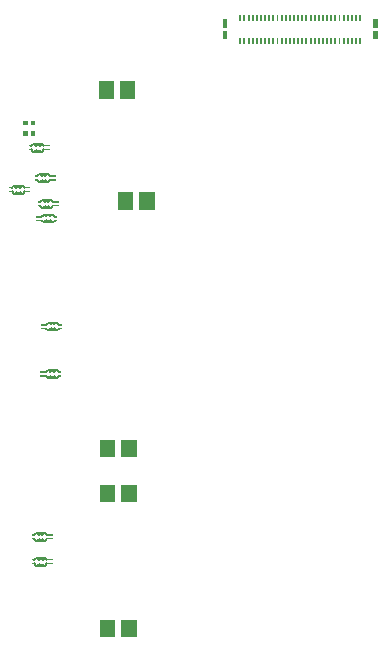
<source format=gbr>
G04 start of page 16 for group -4014 idx -4014 *
G04 Title: (unknown), bottompaste *
G04 Creator: pcb 4.2.0 *
G04 CreationDate: Wed Jul 29 19:43:29 2020 UTC *
G04 For: commonadmin *
G04 Format: Gerber/RS-274X *
G04 PCB-Dimensions (mil): 24000.00 18000.00 *
G04 PCB-Coordinate-Origin: lower left *
%MOIN*%
%FSLAX25Y25*%
%LNBOTTOMPASTE*%
%ADD280C,0.0060*%
%ADD279C,0.0001*%
G54D279*G36*
X461973Y393452D02*X456855D01*
Y387548D01*
X461973D01*
Y393452D01*
G37*
G36*
X469059D02*X463941D01*
Y387548D01*
X469059D01*
Y393452D01*
G37*
G36*
X461559Y512952D02*X456441D01*
Y507048D01*
X461559D01*
Y512952D01*
G37*
G36*
X468645D02*X463527D01*
Y507048D01*
X468645D01*
Y512952D01*
G37*
G36*
X468016Y475909D02*X462898D01*
Y470005D01*
X468016D01*
Y475909D01*
G37*
G36*
X475102D02*X469984D01*
Y470005D01*
X475102D01*
Y475909D01*
G37*
G54D280*X439550Y432500D02*X442550D01*
X443250Y431800D01*
X438850D02*X439550Y432500D01*
G54D279*G36*
X437050Y432100D02*Y431500D01*
X439150D01*
Y432100D01*
X437050D01*
G37*
G36*
X442950D02*Y431500D01*
X444050D01*
Y432100D01*
X442950D01*
G37*
G54D280*X439850Y432500D02*X440450Y431900D01*
X441050Y432500D01*
X441650Y431900D02*X442250Y432500D01*
X441050D02*X441650Y431900D01*
X439550Y429900D02*X442650D01*
X443250Y430500D01*
X438950D02*X439550Y429900D01*
G54D279*G36*
X437050Y430800D02*Y430200D01*
X439250D01*
Y430800D01*
X437050D01*
G37*
G36*
X442950D02*Y430200D01*
X444050D01*
Y430800D01*
X442950D01*
G37*
G54D280*X439750Y429900D02*X440450Y430600D01*
X439550Y429900D02*X439750D01*
X440450Y430600D02*X441150Y429900D01*
X440950D02*X441650Y430600D01*
X442350Y429900D01*
X439450Y416700D02*X442450D01*
X443150Y416000D01*
X438750D02*X439450Y416700D01*
G54D279*G36*
X436950Y416300D02*Y415700D01*
X439050D01*
Y416300D01*
X436950D01*
G37*
G36*
X442850D02*Y415700D01*
X443950D01*
Y416300D01*
X442850D01*
G37*
G54D280*X439750Y416700D02*X440350Y416100D01*
X440950Y416700D01*
X441550Y416100D02*X442150Y416700D01*
X440950D02*X441550Y416100D01*
X439450Y414100D02*X442550D01*
X443150Y414700D01*
X438850D02*X439450Y414100D01*
G54D279*G36*
X436950Y415000D02*Y414400D01*
X439150D01*
Y415000D01*
X436950D01*
G37*
G36*
X442850D02*Y414400D01*
X443950D01*
Y415000D01*
X442850D01*
G37*
G54D280*X439650Y414100D02*X440350Y414800D01*
X439450Y414100D02*X439650D01*
X440350Y414800D02*X441050Y414100D01*
X440850D02*X441550Y414800D01*
X442250Y414100D01*
G54D279*G36*
X433713Y499787D02*Y498213D01*
X435287D01*
Y499787D01*
X433713D01*
G37*
G36*
X431351D02*Y498213D01*
X432925D01*
Y499787D01*
X431351D01*
G37*
G36*
X433713Y496287D02*Y494713D01*
X435287D01*
Y496287D01*
X433713D01*
G37*
G36*
X431351D02*Y494713D01*
X432925D01*
Y496287D01*
X431351D01*
G37*
G54D280*X438050Y468500D02*X441050D01*
X441750Y467800D01*
X437350D02*X438050Y468500D01*
G54D279*G36*
X435550Y468100D02*Y467500D01*
X437650D01*
Y468100D01*
X435550D01*
G37*
G36*
X441450D02*Y467500D01*
X442550D01*
Y468100D01*
X441450D01*
G37*
G54D280*X438350Y468500D02*X438950Y467900D01*
X439550Y468500D01*
X440150Y467900D02*X440750Y468500D01*
X439550D02*X440150Y467900D01*
X438050Y465900D02*X441150D01*
X441750Y466500D01*
X437450D02*X438050Y465900D01*
G54D279*G36*
X435550Y466800D02*Y466200D01*
X437750D01*
Y466800D01*
X435550D01*
G37*
G36*
X441450D02*Y466200D01*
X442550D01*
Y466800D01*
X441450D01*
G37*
G54D280*X438250Y465900D02*X438950Y466600D01*
X438050Y465900D02*X438250D01*
X438950Y466600D02*X439650Y465900D01*
X439450D02*X440150Y466600D01*
X440850Y465900D01*
X437550Y470800D02*X440550D01*
X436850Y471500D02*X437550Y470800D01*
X440550D02*X441250Y471500D01*
G54D279*G36*
X440950Y471800D02*Y471200D01*
X443050D01*
Y471800D01*
X440950D01*
G37*
G36*
X436050D02*Y471200D01*
X437150D01*
Y471800D01*
X436050D01*
G37*
G54D280*X439650Y471400D02*X440250Y470800D01*
X439050D02*X439650Y471400D01*
X437850Y470800D02*X438450Y471400D01*
X439050Y470800D01*
X437450Y473400D02*X440550D01*
X436850Y472800D02*X437450Y473400D01*
X440550D02*X441150Y472800D01*
G54D279*G36*
X440850Y473100D02*Y472500D01*
X443050D01*
Y473100D01*
X440850D01*
G37*
G36*
X436050D02*Y472500D01*
X437150D01*
Y473100D01*
X436050D01*
G37*
G54D280*X439650Y472700D02*X440350Y473400D01*
X440550D01*
X438950D02*X439650Y472700D01*
X438450D02*X439150Y473400D01*
X437750D02*X438450Y472700D01*
X435550Y359800D02*X438550D01*
X434850Y360500D02*X435550Y359800D01*
X438550D02*X439250Y360500D01*
G54D279*G36*
X438950Y360800D02*Y360200D01*
X441050D01*
Y360800D01*
X438950D01*
G37*
G36*
X434050D02*Y360200D01*
X435150D01*
Y360800D01*
X434050D01*
G37*
G54D280*X437650Y360400D02*X438250Y359800D01*
X437050D02*X437650Y360400D01*
X435850Y359800D02*X436450Y360400D01*
X437050Y359800D01*
X435450Y362400D02*X438550D01*
X434850Y361800D02*X435450Y362400D01*
X438550D02*X439150Y361800D01*
G54D279*G36*
X438850Y362100D02*Y361500D01*
X441050D01*
Y362100D01*
X438850D01*
G37*
G36*
X434050D02*Y361500D01*
X435150D01*
Y362100D01*
X434050D01*
G37*
G54D280*X437650Y361700D02*X438350Y362400D01*
X438550D01*
X436950D02*X437650Y361700D01*
X436450D02*X437150Y362400D01*
X435750D02*X436450Y361700D01*
X435600Y351500D02*X438600D01*
X434900Y352200D02*X435600Y351500D01*
X438600D02*X439300Y352200D01*
G54D279*G36*
X439000Y352500D02*Y351900D01*
X441100D01*
Y352500D01*
X439000D01*
G37*
G36*
X434100D02*Y351900D01*
X435200D01*
Y352500D01*
X434100D01*
G37*
G54D280*X437700Y352100D02*X438300Y351500D01*
X437100D02*X437700Y352100D01*
X435900Y351500D02*X436500Y352100D01*
X437100Y351500D01*
X435500Y354100D02*X438600D01*
X434900Y353500D02*X435500Y354100D01*
X438600D02*X439200Y353500D01*
G54D279*G36*
X438900Y353800D02*Y353200D01*
X441100D01*
Y353800D01*
X438900D01*
G37*
G36*
X434100D02*Y353200D01*
X435200D01*
Y353800D01*
X434100D01*
G37*
G54D280*X437700Y353400D02*X438400Y354100D01*
X438600D01*
X437000D02*X437700Y353400D01*
X436500D02*X437200Y354100D01*
X435800D02*X436500Y353400D01*
X434600Y489500D02*X437600D01*
X433900Y490200D02*X434600Y489500D01*
X437600D02*X438300Y490200D01*
G54D279*G36*
X438000Y490500D02*Y489900D01*
X440100D01*
Y490500D01*
X438000D01*
G37*
G36*
X433100D02*Y489900D01*
X434200D01*
Y490500D01*
X433100D01*
G37*
G54D280*X436700Y490100D02*X437300Y489500D01*
X436100D02*X436700Y490100D01*
X434900Y489500D02*X435500Y490100D01*
X436100Y489500D01*
X434500Y492100D02*X437600D01*
X433900Y491500D02*X434500Y492100D01*
X437600D02*X438200Y491500D01*
G54D279*G36*
X437900Y491800D02*Y491200D01*
X440100D01*
Y491800D01*
X437900D01*
G37*
G36*
X433100D02*Y491200D01*
X434200D01*
Y491800D01*
X433100D01*
G37*
G54D280*X436700Y491400D02*X437400Y492100D01*
X437600D01*
X436000D02*X436700Y491400D01*
X435500D02*X436200Y492100D01*
X434800D02*X435500Y491400D01*
X428100Y475500D02*X431100D01*
X427400Y476200D02*X428100Y475500D01*
X431100D02*X431800Y476200D01*
G54D279*G36*
X431500Y476500D02*Y475900D01*
X433600D01*
Y476500D01*
X431500D01*
G37*
G36*
X426600D02*Y475900D01*
X427700D01*
Y476500D01*
X426600D01*
G37*
G54D280*X430200Y476100D02*X430800Y475500D01*
X429600D02*X430200Y476100D01*
X428400Y475500D02*X429000Y476100D01*
X429600Y475500D01*
X428000Y478100D02*X431100D01*
X427400Y477500D02*X428000Y478100D01*
X431100D02*X431700Y477500D01*
G54D279*G36*
X431400Y477800D02*Y477200D01*
X433600D01*
Y477800D01*
X431400D01*
G37*
G36*
X426600D02*Y477200D01*
X427700D01*
Y477800D01*
X426600D01*
G37*
G54D280*X430200Y477400D02*X430900Y478100D01*
X431100D01*
X429500D02*X430200Y477400D01*
X429000D02*X429700Y478100D01*
X428300D02*X429000Y477400D01*
X436550Y479300D02*X439550D01*
X435850Y480000D02*X436550Y479300D01*
X439550D02*X440250Y480000D01*
G54D279*G36*
X439950Y480300D02*Y479700D01*
X442050D01*
Y480300D01*
X439950D01*
G37*
G36*
X435050D02*Y479700D01*
X436150D01*
Y480300D01*
X435050D01*
G37*
G54D280*X438650Y479900D02*X439250Y479300D01*
X438050D02*X438650Y479900D01*
X436850Y479300D02*X437450Y479900D01*
X438050Y479300D01*
X436450Y481900D02*X439550D01*
X435850Y481300D02*X436450Y481900D01*
X439550D02*X440150Y481300D01*
G54D279*G36*
X439850Y481600D02*Y481000D01*
X442050D01*
Y481600D01*
X439850D01*
G37*
G36*
X435050D02*Y481000D01*
X436150D01*
Y481600D01*
X435050D01*
G37*
G54D280*X438650Y481200D02*X439350Y481900D01*
X439550D01*
X437950D02*X438650Y481200D01*
X437450D02*X438150Y481900D01*
X436750D02*X437450Y481200D01*
G54D279*G36*
X461973Y333452D02*X456855D01*
Y327548D01*
X461973D01*
Y333452D01*
G37*
G36*
X469059D02*X463941D01*
Y327548D01*
X469059D01*
Y333452D01*
G37*
G36*
X461973Y378452D02*X456855D01*
Y372548D01*
X461973D01*
Y378452D01*
G37*
G36*
X469059D02*X463941D01*
Y372548D01*
X469059D01*
Y378452D01*
G37*
G36*
X543898Y534961D02*X543268D01*
Y533150D01*
X543898D01*
Y534961D01*
G37*
G36*
X542520D02*X541890D01*
Y533150D01*
X542520D01*
Y534961D01*
G37*
G36*
X541142D02*X540512D01*
Y533150D01*
X541142D01*
Y534961D01*
G37*
G36*
X539764D02*X539134D01*
Y533150D01*
X539764D01*
Y534961D01*
G37*
G36*
X538386D02*X537756D01*
Y533150D01*
X538386D01*
Y534961D01*
G37*
G36*
X537008D02*X536378D01*
Y533150D01*
X537008D01*
Y534961D01*
G37*
G36*
X535630D02*X535000D01*
Y533150D01*
X535630D01*
Y534961D01*
G37*
G36*
X534252D02*X533622D01*
Y533150D01*
X534252D01*
Y534961D01*
G37*
G36*
X532874D02*X532244D01*
Y533150D01*
X532874D01*
Y534961D01*
G37*
G36*
X531496D02*X530866D01*
Y533150D01*
X531496D01*
Y534961D01*
G37*
G36*
X530118D02*X529488D01*
Y533150D01*
X530118D01*
Y534961D01*
G37*
G36*
X528740D02*X528110D01*
Y533150D01*
X528740D01*
Y534961D01*
G37*
G36*
X527362D02*X526732D01*
Y533150D01*
X527362D01*
Y534961D01*
G37*
G36*
X525984D02*X525354D01*
Y533150D01*
X525984D01*
Y534961D01*
G37*
G36*
X524606D02*X523976D01*
Y533150D01*
X524606D01*
Y534961D01*
G37*
G36*
X523228D02*X522598D01*
Y533150D01*
X523228D01*
Y534961D01*
G37*
G36*
X521850D02*X521220D01*
Y533150D01*
X521850D01*
Y534961D01*
G37*
G36*
X520472D02*X519843D01*
Y533150D01*
X520472D01*
Y534961D01*
G37*
G36*
X519094D02*X518465D01*
Y533150D01*
X519094D01*
Y534961D01*
G37*
G36*
X517717D02*X517087D01*
Y533150D01*
X517717D01*
Y534961D01*
G37*
G36*
X516339D02*X515709D01*
Y533150D01*
X516339D01*
Y534961D01*
G37*
G36*
X514961D02*X514331D01*
Y533150D01*
X514961D01*
Y534961D01*
G37*
G36*
X513583D02*X512953D01*
Y533150D01*
X513583D01*
Y534961D01*
G37*
G36*
X512205D02*X511575D01*
Y533150D01*
X512205D01*
Y534961D01*
G37*
G36*
X510827D02*X510197D01*
Y533150D01*
X510827D01*
Y534961D01*
G37*
G36*
X509449D02*X508819D01*
Y533150D01*
X509449D01*
Y534961D01*
G37*
G36*
X508071D02*X507441D01*
Y533150D01*
X508071D01*
Y534961D01*
G37*
G36*
X506693D02*X506063D01*
Y533150D01*
X506693D01*
Y534961D01*
G37*
G36*
X505315D02*X504685D01*
Y533150D01*
X505315D01*
Y534961D01*
G37*
G36*
X503937D02*X503307D01*
Y533150D01*
X503937D01*
Y534961D01*
G37*
G36*
X543898Y527283D02*X543268D01*
Y525472D01*
X543898D01*
Y527283D01*
G37*
G36*
X542520D02*X541890D01*
Y525472D01*
X542520D01*
Y527283D01*
G37*
G36*
X541142D02*X540512D01*
Y525472D01*
X541142D01*
Y527283D01*
G37*
G36*
X539764D02*X539134D01*
Y525472D01*
X539764D01*
Y527283D01*
G37*
G36*
X538386D02*X537756D01*
Y525472D01*
X538386D01*
Y527283D01*
G37*
G36*
X537008D02*X536378D01*
Y525472D01*
X537008D01*
Y527283D01*
G37*
G36*
X535630D02*X535000D01*
Y525472D01*
X535630D01*
Y527283D01*
G37*
G36*
X534252D02*X533622D01*
Y525472D01*
X534252D01*
Y527283D01*
G37*
G36*
X532874D02*X532244D01*
Y525472D01*
X532874D01*
Y527283D01*
G37*
G36*
X531496D02*X530866D01*
Y525472D01*
X531496D01*
Y527283D01*
G37*
G36*
X530118D02*X529488D01*
Y525472D01*
X530118D01*
Y527283D01*
G37*
G36*
X528740D02*X528110D01*
Y525472D01*
X528740D01*
Y527283D01*
G37*
G36*
X527362D02*X526732D01*
Y525472D01*
X527362D01*
Y527283D01*
G37*
G36*
X525984D02*X525354D01*
Y525472D01*
X525984D01*
Y527283D01*
G37*
G36*
X524606D02*X523976D01*
Y525472D01*
X524606D01*
Y527283D01*
G37*
G36*
X523228D02*X522598D01*
Y525472D01*
X523228D01*
Y527283D01*
G37*
G36*
X521850D02*X521220D01*
Y525472D01*
X521850D01*
Y527283D01*
G37*
G36*
X520472D02*X519843D01*
Y525472D01*
X520472D01*
Y527283D01*
G37*
G36*
X519094D02*X518465D01*
Y525472D01*
X519094D01*
Y527283D01*
G37*
G36*
X517717D02*X517087D01*
Y525472D01*
X517717D01*
Y527283D01*
G37*
G36*
X516339D02*X515709D01*
Y525472D01*
X516339D01*
Y527283D01*
G37*
G36*
X514961D02*X514331D01*
Y525472D01*
X514961D01*
Y527283D01*
G37*
G36*
X513583D02*X512953D01*
Y525472D01*
X513583D01*
Y527283D01*
G37*
G36*
X512205D02*X511575D01*
Y525472D01*
X512205D01*
Y527283D01*
G37*
G36*
X510827D02*X510197D01*
Y525472D01*
X510827D01*
Y527283D01*
G37*
G36*
X509449D02*X508819D01*
Y525472D01*
X509449D01*
Y527283D01*
G37*
G36*
X508071D02*X507441D01*
Y525472D01*
X508071D01*
Y527283D01*
G37*
G36*
X506693D02*X506063D01*
Y525472D01*
X506693D01*
Y527283D01*
G37*
G36*
X505315D02*X504685D01*
Y525472D01*
X505315D01*
Y527283D01*
G37*
G36*
X503937D02*X503307D01*
Y525472D01*
X503937D01*
Y527283D01*
G37*
G36*
X549409Y533583D02*X547992D01*
Y530787D01*
X549409D01*
Y533583D01*
G37*
G36*
Y529843D02*X547992D01*
Y527047D01*
X549409D01*
Y529843D01*
G37*
G36*
X499213D02*X497795D01*
Y527047D01*
X499213D01*
Y529843D01*
G37*
G36*
Y533583D02*X497795D01*
Y530787D01*
X499213D01*
Y533583D01*
G37*
M02*

</source>
